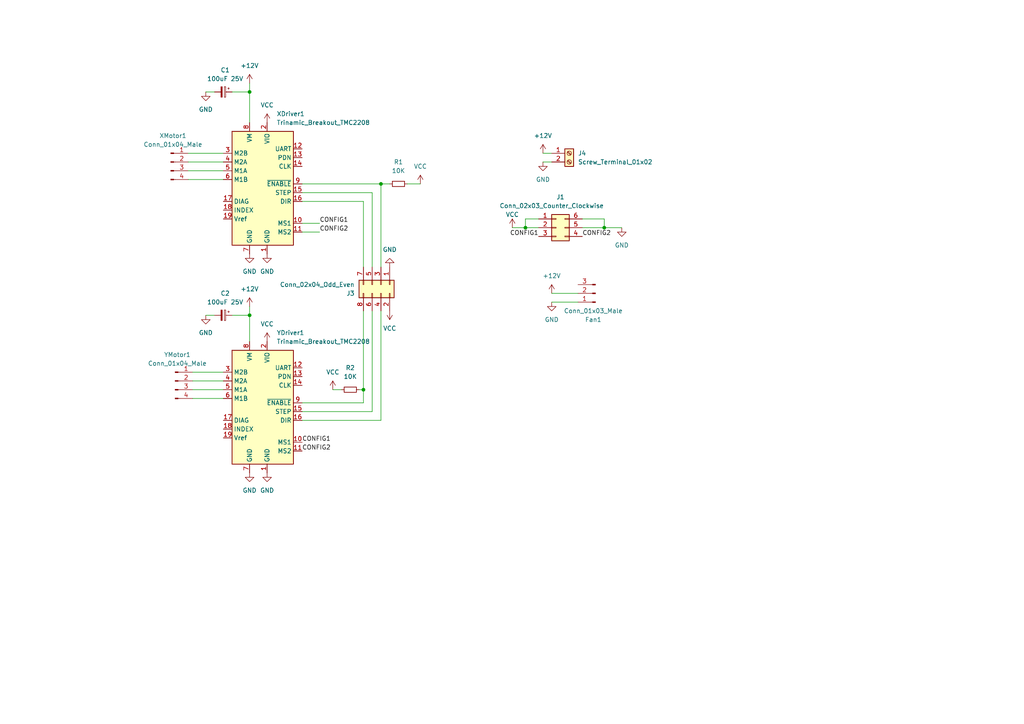
<source format=kicad_sch>
(kicad_sch (version 20211123) (generator eeschema)
  (paper "A4")
  (lib_symbols
    (symbol "Connector:Conn_01x03_Male" (pin_names (offset 1.016) hide)
      (property "Reference" "J" (at 0 5.08 0))
      (property "Value" "Conn_01x03_Male" (at 0 -5.08 0))
      (symbol "Conn_01x03_Male_1_1"
        (polyline (pts (xy 1.27 -2.54) (xy 0.8636 -2.54)) (stroke (width 0.1524)))
        (polyline (pts (xy 1.27 0) (xy 0.8636 0)) (stroke (width 0.1524)))
        (polyline (pts (xy 1.27 2.54) (xy 0.8636 2.54)) (stroke (width 0.1524)))
        (rectangle (start 0.8636 -2.413) (end 0 -2.667) (stroke (width 0.1524)) (fill (type outline)))
        (rectangle (start 0.8636 0.127) (end 0 -0.127) (stroke (width 0.1524)) (fill (type outline)))
        (rectangle (start 0.8636 2.667) (end 0 2.413) (stroke (width 0.1524)) (fill (type outline)))
        (pin passive line (at 5.08 2.54 180) (length 3.81) (name "Pin_1") (number "1"))
        (pin passive line (at 5.08 0 180) (length 3.81) (name "Pin_2") (number "2"))
        (pin passive line (at 5.08 -2.54 180) (length 3.81) (name "Pin_3") (number "3"))
      )
    )
    (symbol "Connector:Conn_01x04_Male" (pin_names (offset 1.016) hide)
      (property "Reference" "J" (at 0 5.08 0))
      (property "Value" "Conn_01x04_Male" (at 0 -7.62 0))
      (symbol "Conn_01x04_Male_1_1"
        (polyline (pts (xy 1.27 -5.08) (xy 0.8636 -5.08)) (stroke (width 0.1524)))
        (polyline (pts (xy 1.27 -2.54) (xy 0.8636 -2.54)) (stroke (width 0.1524)))
        (polyline (pts (xy 1.27 0) (xy 0.8636 0)) (stroke (width 0.1524)))
        (polyline (pts (xy 1.27 2.54) (xy 0.8636 2.54)) (stroke (width 0.1524)))
        (rectangle (start 0.8636 -4.953) (end 0 -5.207) (stroke (width 0.1524)) (fill (type outline)))
        (rectangle (start 0.8636 -2.413) (end 0 -2.667) (stroke (width 0.1524)) (fill (type outline)))
        (rectangle (start 0.8636 0.127) (end 0 -0.127) (stroke (width 0.1524)) (fill (type outline)))
        (rectangle (start 0.8636 2.667) (end 0 2.413) (stroke (width 0.1524)) (fill (type outline)))
        (pin passive line (at 5.08 2.54 180) (length 3.81) (name "Pin_1") (number "1"))
        (pin passive line (at 5.08 0 180) (length 3.81) (name "Pin_2") (number "2"))
        (pin passive line (at 5.08 -2.54 180) (length 3.81) (name "Pin_3") (number "3"))
        (pin passive line (at 5.08 -5.08 180) (length 3.81) (name "Pin_4") (number "4"))
      )
    )
    (symbol "Connector:Screw_Terminal_01x02" (pin_names (offset 1.016) hide)
      (property "Reference" "J" (at 0 2.54 0))
      (property "Value" "Screw_Terminal_01x02" (at 0 -5.08 0))
      (symbol "Screw_Terminal_01x02_1_1"
        (rectangle (start -1.27 1.27) (end 1.27 -3.81) (stroke (width 0.254)) (fill (type background)))
        (circle (center 0 -2.54) (radius 0.635) (stroke (width 0.1524)))
        (polyline (pts (xy -0.5334 -2.2098) (xy 0.3302 -3.048)) (stroke (width 0.1524)))
        (polyline (pts (xy -0.5334 0.3302) (xy 0.3302 -0.508)) (stroke (width 0.1524)))
        (polyline (pts (xy -0.3556 -2.032) (xy 0.508 -2.8702)) (stroke (width 0.1524)))
        (polyline (pts (xy -0.3556 0.508) (xy 0.508 -0.3302)) (stroke (width 0.1524)))
        (circle (center 0 0) (radius 0.635) (stroke (width 0.1524)))
        (pin passive line (at -5.08 0 0) (length 3.81) (name "Pin_1") (number "1"))
        (pin passive line (at -5.08 -2.54 0) (length 3.81) (name "Pin_2") (number "2"))
      )
    )
    (symbol "Connector_Generic:Conn_02x03_Counter_Clockwise" (pin_names (offset 1.016) hide)
      (property "Reference" "J" (at 1.27 5.08 0))
      (property "Value" "Conn_02x03_Counter_Clockwise" (at 1.27 -5.08 0))
      (symbol "Conn_02x03_Counter_Clockwise_1_1"
        (rectangle (start -1.27 -2.413) (end 0 -2.667) (stroke (width 0.1524)))
        (rectangle (start -1.27 0.127) (end 0 -0.127) (stroke (width 0.1524)))
        (rectangle (start -1.27 2.667) (end 0 2.413) (stroke (width 0.1524)))
        (rectangle (start -1.27 3.81) (end 3.81 -3.81) (stroke (width 0.254)) (fill (type background)))
        (rectangle (start 3.81 -2.413) (end 2.54 -2.667) (stroke (width 0.1524)))
        (rectangle (start 3.81 0.127) (end 2.54 -0.127) (stroke (width 0.1524)))
        (rectangle (start 3.81 2.667) (end 2.54 2.413) (stroke (width 0.1524)))
        (pin passive line (at -5.08 2.54 0) (length 3.81) (name "Pin_1") (number "1"))
        (pin passive line (at -5.08 0 0) (length 3.81) (name "Pin_2") (number "2"))
        (pin passive line (at -5.08 -2.54 0) (length 3.81) (name "Pin_3") (number "3"))
        (pin passive line (at 7.62 -2.54 180) (length 3.81) (name "Pin_4") (number "4"))
        (pin passive line (at 7.62 0 180) (length 3.81) (name "Pin_5") (number "5"))
        (pin passive line (at 7.62 2.54 180) (length 3.81) (name "Pin_6") (number "6"))
      )
    )
    (symbol "Connector_Generic:Conn_02x04_Odd_Even" (pin_names (offset 1.016) hide)
      (property "Reference" "J" (at 1.27 5.08 0))
      (property "Value" "Conn_02x04_Odd_Even" (at 1.27 -7.62 0))
      (symbol "Conn_02x04_Odd_Even_1_1"
        (rectangle (start -1.27 -4.953) (end 0 -5.207) (stroke (width 0.1524)))
        (rectangle (start -1.27 -2.413) (end 0 -2.667) (stroke (width 0.1524)))
        (rectangle (start -1.27 0.127) (end 0 -0.127) (stroke (width 0.1524)))
        (rectangle (start -1.27 2.667) (end 0 2.413) (stroke (width 0.1524)))
        (rectangle (start -1.27 3.81) (end 3.81 -6.35) (stroke (width 0.254)) (fill (type background)))
        (rectangle (start 3.81 -4.953) (end 2.54 -5.207) (stroke (width 0.1524)))
        (rectangle (start 3.81 -2.413) (end 2.54 -2.667) (stroke (width 0.1524)))
        (rectangle (start 3.81 0.127) (end 2.54 -0.127) (stroke (width 0.1524)))
        (rectangle (start 3.81 2.667) (end 2.54 2.413) (stroke (width 0.1524)))
        (pin passive line (at -5.08 2.54 0) (length 3.81) (name "Pin_1") (number "1"))
        (pin passive line (at 7.62 2.54 180) (length 3.81) (name "Pin_2") (number "2"))
        (pin passive line (at -5.08 0 0) (length 3.81) (name "Pin_3") (number "3"))
        (pin passive line (at 7.62 0 180) (length 3.81) (name "Pin_4") (number "4"))
        (pin passive line (at -5.08 -2.54 0) (length 3.81) (name "Pin_5") (number "5"))
        (pin passive line (at 7.62 -2.54 180) (length 3.81) (name "Pin_6") (number "6"))
        (pin passive line (at -5.08 -5.08 0) (length 3.81) (name "Pin_7") (number "7"))
        (pin passive line (at 7.62 -5.08 180) (length 3.81) (name "Pin_8") (number "8"))
      )
    )
    (symbol "Device:C_Polarized_Small" (pin_numbers hide) (pin_names (offset 0.254) hide)
      (property "Reference" "C" (at 0.254 1.778 0))
      (property "Value" "C_Polarized_Small" (at 0.254 -2.032 0))
      (symbol "C_Polarized_Small_0_1"
        (rectangle (start -1.524 -0.3048) (end 1.524 -0.6858) (fill (type outline)))
        (rectangle (start -1.524 0.6858) (end 1.524 0.3048))
        (polyline (pts (xy -1.27 1.524) (xy -0.762 1.524)))
        (polyline (pts (xy -1.016 1.27) (xy -1.016 1.778)))
      )
      (symbol "C_Polarized_Small_1_1"
        (pin passive line (at 0 2.54 270) (length 1.8542) (name "~") (number "1"))
        (pin passive line (at 0 -2.54 90) (length 1.8542) (name "~") (number "2"))
      )
    )
    (symbol "Device:R_Small" (pin_numbers hide) (pin_names (offset 0.254) hide)
      (property "Reference" "R" (at 0.762 0.508 0))
      (property "Value" "R_Small" (at 0.762 -1.016 0))
      (symbol "R_Small_0_1"
        (rectangle (start -0.762 1.778) (end 0.762 -1.778) (stroke (width 0.2032)))
      )
      (symbol "R_Small_1_1"
        (pin passive line (at 0 2.54 270) (length 0.762) (name "~") (number "1"))
        (pin passive line (at 0 -2.54 90) (length 0.762) (name "~") (number "2"))
      )
    )
    (symbol "Driver_Motor:Trinamic_Breakout_TMC2208"
      (property "Reference" "A" (at -2.54 19.05 0))
      (property "Value" "Trinamic_Breakout_TMC2208" (at -2.54 16.51 0))
      (symbol "Trinamic_Breakout_TMC2208_0_1"
        (rectangle (start 10.16 -17.78) (end -7.62 15.24) (stroke (width 0.254)) (fill (type background)))
      )
      (symbol "Trinamic_Breakout_TMC2208_1_1"
        (pin power_in line (at 0 -20.32 90) (length 2.54) (name "GND") (number "1"))
        (pin input line (at -10.16 -11.43 0) (length 2.54) (name "MS1") (number "10"))
        (pin input line (at -10.16 -13.97 0) (length 2.54) (name "MS2") (number "11"))
        (pin input line (at -10.16 10.16 0) (length 2.54) (name "UART") (number "12"))
        (pin input line (at -10.16 7.62 0) (length 2.54) (name "PDN") (number "13"))
        (pin input line (at -10.16 5.08 0) (length 2.54) (name "CLK") (number "14"))
        (pin input line (at -10.16 -2.54 0) (length 2.54) (name "STEP") (number "15"))
        (pin input line (at -10.16 -5.08 0) (length 2.54) (name "DIR") (number "16"))
        (pin output line (at 12.7 -5.08 180) (length 2.54) (name "DIAG") (number "17"))
        (pin output line (at 12.7 -7.62 180) (length 2.54) (name "INDEX") (number "18"))
        (pin input line (at 12.7 -10.16 180) (length 2.54) (name "Vref") (number "19"))
        (pin power_in line (at 0 17.78 270) (length 2.54) (name "VIO") (number "2"))
        (pin output line (at 12.7 8.89 180) (length 2.54) (name "M2B") (number "3"))
        (pin output line (at 12.7 6.35 180) (length 2.54) (name "M2A") (number "4"))
        (pin output line (at 12.7 3.81 180) (length 2.54) (name "M1A") (number "5"))
        (pin output line (at 12.7 1.27 180) (length 2.54) (name "M1B") (number "6"))
        (pin power_in line (at 5.08 -20.32 90) (length 2.54) (name "GND") (number "7"))
        (pin power_in line (at 5.08 17.78 270) (length 2.54) (name "VM") (number "8"))
        (pin input line (at -10.16 0 0) (length 2.54) (name "~{ENABLE}") (number "9"))
      )
    )
    (symbol "power:+12V" (power) (pin_names (offset 0))
      (property "Value" "+12V" (at 0 3.556 0))
      (symbol "+12V_0_1"
        (polyline (pts (xy -0.762 1.27) (xy 0 2.54)))
        (polyline (pts (xy 0 0) (xy 0 2.54)))
        (polyline (pts (xy 0 2.54) (xy 0.762 1.27)))
      )
      (symbol "+12V_1_1"
        (pin power_in line (at 0 0 90) (length 0) hide (name "+12V") (number "1"))
      )
    )
    (symbol "power:GND" (power) (pin_names (offset 0))
      (property "Value" "GND" (at 0 -3.81 0))
      (symbol "GND_0_1"
        (polyline (pts (xy 0 0) (xy 0 -1.27) (xy 1.27 -1.27) (xy 0 -2.54) (xy -1.27 -1.27) (xy 0 -1.27)))
      )
      (symbol "GND_1_1"
        (pin power_in line (at 0 0 270) (length 0) hide (name "GND") (number "1"))
      )
    )
    (symbol "power:VCC" (power) (pin_names (offset 0))
      (property "Value" "VCC" (at 0 3.81 0))
      (symbol "VCC_0_1"
        (polyline (pts (xy -0.762 1.27) (xy 0 2.54)))
        (polyline (pts (xy 0 0) (xy 0 2.54)))
        (polyline (pts (xy 0 2.54) (xy 0.762 1.27)))
      )
      (symbol "VCC_1_1"
        (pin power_in line (at 0 0 90) (length 0) hide (name "VCC") (number "1"))
      )
    )
  )
  (junction (at 152.4 66.04))
  (junction (at 175.26 66.04))
  (junction (at 72.39 91.44))
  (junction (at 110.49 53.34))
  (junction (at 105.41 113.03))
  (junction (at 72.39 26.67))
  (wire (pts (xy 87.63 55.88) (xy 107.95 55.88)))
  (wire (pts (xy 175.26 63.5) (xy 175.26 66.04)))
  (wire (pts (xy 152.4 66.04) (xy 152.4 63.5)))
  (wire (pts (xy 105.41 113.03) (xy 105.41 116.84)))
  (wire (pts (xy 55.88 110.49) (xy 64.77 110.49)))
  (wire (pts (xy 104.14 113.03) (xy 105.41 113.03)))
  (wire (pts (xy 54.61 46.99) (xy 64.77 46.99)))
  (wire (pts (xy 54.61 44.45) (xy 64.77 44.45)))
  (wire (pts (xy 87.63 53.34) (xy 110.49 53.34)))
  (wire (pts (xy 110.49 53.34) (xy 110.49 77.47)))
  (wire (pts (xy 96.52 113.03) (xy 99.06 113.03)))
  (wire (pts (xy 72.39 26.67) (xy 72.39 35.56)))
  (wire (pts (xy 72.39 91.44) (xy 72.39 99.06)))
  (wire (pts (xy 107.95 55.88) (xy 107.95 77.47)))
  (wire (pts (xy 168.91 66.04) (xy 175.26 66.04)))
  (wire (pts (xy 72.39 24.13) (xy 72.39 26.67)))
  (wire (pts (xy 157.48 46.99) (xy 160.02 46.99)))
  (wire (pts (xy 55.88 107.95) (xy 64.77 107.95)))
  (wire (pts (xy 92.71 64.77) (xy 87.63 64.77)))
  (wire (pts (xy 175.26 66.04) (xy 180.34 66.04)))
  (wire (pts (xy 67.31 26.67) (xy 72.39 26.67)))
  (wire (pts (xy 113.03 53.34) (xy 110.49 53.34)))
  (wire (pts (xy 92.71 67.31) (xy 87.63 67.31)))
  (wire (pts (xy 87.63 119.38) (xy 107.95 119.38)))
  (wire (pts (xy 121.92 53.34) (xy 118.11 53.34)))
  (wire (pts (xy 59.69 26.67) (xy 62.23 26.67)))
  (wire (pts (xy 72.39 88.9) (xy 72.39 91.44)))
  (wire (pts (xy 87.63 116.84) (xy 105.41 116.84)))
  (wire (pts (xy 110.49 90.17) (xy 110.49 121.92)))
  (wire (pts (xy 67.31 91.44) (xy 72.39 91.44)))
  (wire (pts (xy 55.88 113.03) (xy 64.77 113.03)))
  (wire (pts (xy 157.48 44.45) (xy 160.02 44.45)))
  (wire (pts (xy 107.95 90.17) (xy 107.95 119.38)))
  (wire (pts (xy 152.4 63.5) (xy 156.21 63.5)))
  (wire (pts (xy 55.88 115.57) (xy 64.77 115.57)))
  (wire (pts (xy 54.61 52.07) (xy 64.77 52.07)))
  (wire (pts (xy 160.02 87.63) (xy 167.64 87.63)))
  (wire (pts (xy 152.4 66.04) (xy 156.21 66.04)))
  (wire (pts (xy 148.59 66.04) (xy 152.4 66.04)))
  (wire (pts (xy 54.61 49.53) (xy 64.77 49.53)))
  (wire (pts (xy 87.63 58.42) (xy 105.41 58.42)))
  (wire (pts (xy 168.91 63.5) (xy 175.26 63.5)))
  (wire (pts (xy 160.02 85.09) (xy 167.64 85.09)))
  (wire (pts (xy 105.41 90.17) (xy 105.41 113.03)))
  (wire (pts (xy 87.63 121.92) (xy 110.49 121.92)))
  (wire (pts (xy 59.69 91.44) (xy 62.23 91.44)))
  (wire (pts (xy 105.41 58.42) (xy 105.41 77.47)))
  (label "CONFIG2" (at 87.63 130.81 0))
  (label "CONFIG2" (at 92.71 67.31 0))
  (label "CONFIG2" (at 168.91 68.58 0))
  (label "CONFIG1" (at 156.21 68.58 180))
  (label "CONFIG1" (at 92.71 64.77 0))
  (label "CONFIG1" (at 87.63 128.27 0))
  (symbol (lib_id "power:GND") (at 160.02 87.63 0) (unit 1)
    (property "Reference" "#PWR0114" (effects hide))
    (property "Value" "GND" (at 160.02 92.71 0))
  )
  (symbol (lib_id "power:GND") (at 72.39 137.16 0) (unit 1)
    (property "Reference" "#PWR0119" (effects hide))
    (property "Value" "GND" (at 72.39 142.24 0))
  )
  (symbol (lib_id "power:GND") (at 180.34 66.04 0) (unit 1)
    (property "Reference" "#PWR0111" (effects hide))
    (property "Value" "GND" (at 180.34 71.12 0))
  )
  (symbol (lib_id "power:VCC") (at 77.47 35.56 0) (unit 1)
    (property "Reference" "#PWR0106" (effects hide))
    (property "Value" "VCC" (at 77.47 30.48 0))
  )
  (symbol (lib_id "Connector_Generic:Conn_02x03_Counter_Clockwise") (at 161.29 66.04 0) (unit 1)
    (property "Reference" "J1" (at 162.56 57.15 0))
    (property "Value" "Conn_02x03_Counter_Clockwise" (at 160.02 59.69 0))
    (property "Footprint" "Connector_PinHeader_2.54mm:PinHeader_2x03_P2.54mm_Vertical" (effects hide))
  )
  (symbol (lib_id "Device:C_Polarized_Small") (at 64.77 26.67 270) (unit 1)
    (property "Reference" "C1" (at 65.3161 20.32 90))
    (property "Value" "100uF 25V" (at 65.3161 22.86 90))
    (property "Footprint" "Capacitor_THT:CP_Radial_D6.3mm_P2.50mm" (effects hide))
  )
  (symbol (lib_id "power:+12V") (at 72.39 24.13 0) (unit 1)
    (property "Reference" "#PWR0101" (effects hide))
    (property "Value" "+12V" (at 72.39 19.05 0))
  )
  (symbol (lib_id "Device:R_Small") (at 115.57 53.34 90) (unit 1)
    (property "Reference" "R1" (at 115.57 46.99 90))
    (property "Value" "10K" (at 115.57 49.53 90))
    (property "Footprint" "Resistor_SMD:R_0805_2012Metric" (effects hide))
  )
  (symbol (lib_id "power:GND") (at 72.39 73.66 0) (unit 1)
    (property "Reference" "#PWR0103" (effects hide))
    (property "Value" "GND" (at 72.39 78.74 0))
  )
  (symbol (lib_id "power:GND") (at 77.47 73.66 0) (unit 1)
    (property "Reference" "#PWR0104" (effects hide))
    (property "Value" "GND" (at 77.47 78.74 0))
  )
  (symbol (lib_id "Device:R_Small") (at 101.6 113.03 90) (unit 1)
    (property "Reference" "R2" (at 101.6 106.68 90))
    (property "Value" "10K" (at 101.6 109.22 90))
    (property "Footprint" "Resistor_SMD:R_0805_2012Metric" (effects hide))
  )
  (symbol (lib_id "Connector:Conn_01x04_Male") (at 49.53 46.99 0) (unit 1)
    (property "Reference" "XMotor1" (at 50.165 39.37 0))
    (property "Value" "Conn_01x04_Male" (at 50.165 41.91 0))
    (property "Footprint" "Connector_Molex:Molex_SL_171971-0004_1x04_P2.54mm_Vertical" (effects hide))
  )
  (symbol (lib_id "Connector:Conn_01x04_Male") (at 50.8 110.49 0) (unit 1)
    (property "Reference" "YMotor1" (at 51.435 102.87 0))
    (property "Value" "Conn_01x04_Male" (at 51.435 105.41 0))
    (property "Footprint" "Connector_Molex:Molex_SL_171971-0004_1x04_P2.54mm_Vertical" (effects hide))
  )
  (symbol (lib_id "power:GND") (at 157.48 46.99 0) (unit 1)
    (property "Reference" "#PWR0108" (effects hide))
    (property "Value" "GND" (at 157.48 52.07 0))
  )
  (symbol (lib_id "Driver_Motor:Trinamic_Breakout_TMC2208") (at 77.47 116.84 0) (mirror y) (unit 1)
    (property "Reference" "YDriver1" (at 80.2387 96.52 0) (effects (justify right)))
    (property "Value" "Trinamic_Breakout_TMC2208" (at 80.2387 99.06 0) (effects (justify right)))
    (property "Footprint" "Module:Pololu_Breakout-16_15.2x20.3mm" (effects hide))
    (property "Datasheet" "https://www.trinamic.com/fileadmin/assets/Products/ICs_Documents/TMC220x_TMC2224_datasheet_Rev1.09.pdf" (effects hide))
  )
  (symbol (lib_id "power:GND") (at 59.69 26.67 0) (unit 1)
    (property "Reference" "#PWR0102" (effects hide))
    (property "Value" "GND" (at 59.69 31.75 0))
  )
  (symbol (lib_id "Device:C_Polarized_Small") (at 64.77 91.44 270) (unit 1)
    (property "Reference" "C2" (at 65.3161 85.09 90))
    (property "Value" "100uF 25V" (at 65.3161 87.63 90))
    (property "Footprint" "Capacitor_THT:CP_Radial_D6.3mm_P2.50mm" (effects hide))
  )
  (symbol (lib_id "Connector:Screw_Terminal_01x02") (at 165.1 44.45 0) (unit 1)
    (property "Reference" "J4" (at 167.64 44.4499 0) (effects (justify left)))
    (property "Value" "Screw_Terminal_01x02" (at 167.64 46.9899 0) (effects (justify left)))
    (property "Footprint" "TerminalBlock_Phoenix:TerminalBlock_Phoenix_MKDS-1,5-2-5.08_1x02_P5.08mm_Horizontal" (effects hide))
  )
  (symbol (lib_id "power:VCC") (at 121.92 53.34 0) (unit 1)
    (property "Reference" "#PWR0107" (effects hide))
    (property "Value" "VCC" (at 121.92 48.26 0))
  )
  (symbol (lib_id "Connector:Conn_01x03_Male") (at 172.72 85.09 180) (unit 1)
    (property "Reference" "Fan1" (at 172.085 92.71 0))
    (property "Value" "Conn_01x03_Male" (at 172.085 90.17 0))
    (property "Footprint" "Connector_Molex:Molex_KK-254_AE-6410-03A_1x03_P2.54mm_Vertical" (effects hide))
  )
  (symbol (lib_id "power:+12V") (at 157.48 44.45 0) (unit 1)
    (property "Reference" "#PWR0109" (effects hide))
    (property "Value" "+12V" (at 157.48 39.37 0))
  )
  (symbol (lib_id "power:GND") (at 59.69 91.44 0) (unit 1)
    (property "Reference" "#PWR0112" (effects hide))
    (property "Value" "GND" (at 59.69 96.52 0))
  )
  (symbol (lib_id "power:+12V") (at 72.39 88.9 0) (unit 1)
    (property "Reference" "#PWR0115" (effects hide))
    (property "Value" "+12V" (at 72.39 83.82 0))
  )
  (symbol (lib_id "power:VCC") (at 113.03 90.17 180) (unit 1)
    (property "Reference" "#PWR0116" (effects hide))
    (property "Value" "VCC" (at 113.03 95.25 0))
  )
  (symbol (lib_id "power:VCC") (at 96.52 113.03 0) (unit 1)
    (property "Reference" "#PWR0120" (effects hide))
    (property "Value" "VCC" (at 96.52 107.95 0))
  )
  (symbol (lib_id "power:VCC") (at 77.47 99.06 0) (unit 1)
    (property "Reference" "#PWR0117" (effects hide))
    (property "Value" "VCC" (at 77.47 93.98 0))
  )
  (symbol (lib_id "power:GND") (at 113.03 77.47 180) (unit 1)
    (property "Reference" "#PWR0105" (effects hide))
    (property "Value" "GND" (at 113.03 72.39 0))
  )
  (symbol (lib_id "Connector_Generic:Conn_02x04_Odd_Even") (at 110.49 82.55 270) (unit 1)
    (property "Reference" "J3" (at 102.87 85.0901 90) (effects (justify right)))
    (property "Value" "Conn_02x04_Odd_Even" (at 102.87 82.5501 90) (effects (justify right)))
    (property "Footprint" "Connector_IDC:IDC-Header_2x04_P2.54mm_Vertical" (effects hide))
  )
  (symbol (lib_id "power:+12V") (at 160.02 85.09 0) (unit 1)
    (property "Reference" "#PWR0113" (effects hide))
    (property "Value" "+12V" (at 160.02 80.01 0))
  )
  (symbol (lib_id "power:GND") (at 77.47 137.16 0) (unit 1)
    (property "Reference" "#PWR0118" (effects hide))
    (property "Value" "GND" (at 77.47 142.24 0))
  )
  (symbol (lib_id "power:VCC") (at 148.59 66.04 0) (unit 1)
    (property "Reference" "#PWR0110" (effects hide))
    (property "Value" "VCC" (at 148.59 62.23 0))
  )
  (symbol (lib_id "Driver_Motor:Trinamic_Breakout_TMC2208") (at 77.47 53.34 0) (mirror y) (unit 1)
    (property "Reference" "XDriver1" (at 80.2387 33.02 0) (effects (justify right)))
    (property "Value" "Trinamic_Breakout_TMC2208" (at 80.2387 35.56 0) (effects (justify right)))
    (property "Footprint" "Module:Pololu_Breakout-16_15.2x20.3mm" (effects hide))
    (property "Datasheet" "https://www.trinamic.com/fileadmin/assets/Products/ICs_Documents/TMC220x_TMC2224_datasheet_Rev1.09.pdf" (effects hide))
  )
)
</source>
